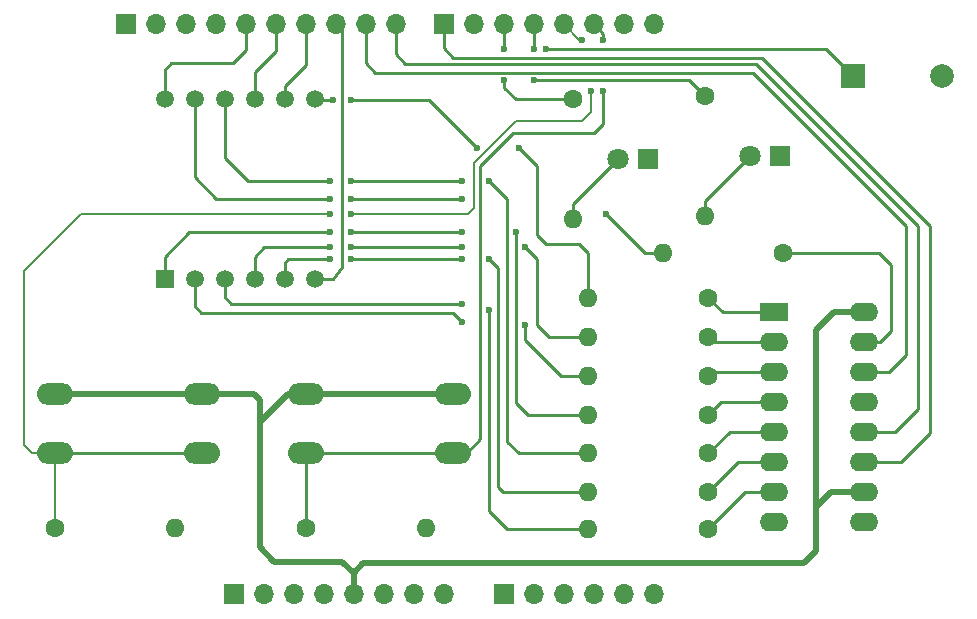
<source format=gbr>
%TF.GenerationSoftware,KiCad,Pcbnew,(7.0.0)*%
%TF.CreationDate,2023-04-13T01:56:38-06:00*%
%TF.ProjectId,Phase_A_UnoShield,50686173-655f-4415-9f55-6e6f53686965,1.0*%
%TF.SameCoordinates,Original*%
%TF.FileFunction,Copper,L1,Top*%
%TF.FilePolarity,Positive*%
%FSLAX46Y46*%
G04 Gerber Fmt 4.6, Leading zero omitted, Abs format (unit mm)*
G04 Created by KiCad (PCBNEW (7.0.0)) date 2023-04-13 01:56:38*
%MOMM*%
%LPD*%
G01*
G04 APERTURE LIST*
%TA.AperFunction,ComponentPad*%
%ADD10R,1.700000X1.700000*%
%TD*%
%TA.AperFunction,ComponentPad*%
%ADD11O,1.700000X1.700000*%
%TD*%
%TA.AperFunction,ComponentPad*%
%ADD12R,2.000000X2.000000*%
%TD*%
%TA.AperFunction,ComponentPad*%
%ADD13C,2.000000*%
%TD*%
%TA.AperFunction,ComponentPad*%
%ADD14C,1.600000*%
%TD*%
%TA.AperFunction,ComponentPad*%
%ADD15O,1.600000X1.600000*%
%TD*%
%TA.AperFunction,ComponentPad*%
%ADD16O,3.048000X1.850000*%
%TD*%
%TA.AperFunction,ComponentPad*%
%ADD17R,1.800000X1.800000*%
%TD*%
%TA.AperFunction,ComponentPad*%
%ADD18C,1.800000*%
%TD*%
%TA.AperFunction,ComponentPad*%
%ADD19R,2.400000X1.600000*%
%TD*%
%TA.AperFunction,ComponentPad*%
%ADD20O,2.400000X1.600000*%
%TD*%
%TA.AperFunction,ComponentPad*%
%ADD21R,1.500000X1.500000*%
%TD*%
%TA.AperFunction,ComponentPad*%
%ADD22C,1.500000*%
%TD*%
%TA.AperFunction,ViaPad*%
%ADD23C,0.600000*%
%TD*%
%TA.AperFunction,Conductor*%
%ADD24C,0.508000*%
%TD*%
%TA.AperFunction,Conductor*%
%ADD25C,0.254000*%
%TD*%
%TA.AperFunction,Conductor*%
%ADD26C,0.250000*%
%TD*%
%TA.AperFunction,Conductor*%
%ADD27C,0.200000*%
%TD*%
G04 APERTURE END LIST*
D10*
%TO.P,J1,1,Pin_1*%
%TO.N,unconnected-(J1-Pin_1-Pad1)*%
X127939999Y-97459999D03*
D11*
%TO.P,J1,2,Pin_2*%
%TO.N,/IOREF*%
X130479999Y-97459999D03*
%TO.P,J1,3,Pin_3*%
%TO.N,/~{RESET}*%
X133019999Y-97459999D03*
%TO.P,J1,4,Pin_4*%
%TO.N,+3V3*%
X135559999Y-97459999D03*
%TO.P,J1,5,Pin_5*%
%TO.N,+5V*%
X138099999Y-97459999D03*
%TO.P,J1,6,Pin_6*%
%TO.N,GND*%
X140639999Y-97459999D03*
%TO.P,J1,7,Pin_7*%
X143179999Y-97459999D03*
%TO.P,J1,8,Pin_8*%
%TO.N,VCC*%
X145719999Y-97459999D03*
%TD*%
D10*
%TO.P,J3,1,Pin_1*%
%TO.N,/A0*%
X150799999Y-97459999D03*
D11*
%TO.P,J3,2,Pin_2*%
%TO.N,/A1*%
X153339999Y-97459999D03*
%TO.P,J3,3,Pin_3*%
%TO.N,/A2*%
X155879999Y-97459999D03*
%TO.P,J3,4,Pin_4*%
%TO.N,/A3*%
X158419999Y-97459999D03*
%TO.P,J3,5,Pin_5*%
%TO.N,/SDA{slash}A4*%
X160959999Y-97459999D03*
%TO.P,J3,6,Pin_6*%
%TO.N,/SCL{slash}A5*%
X163499999Y-97459999D03*
%TD*%
D10*
%TO.P,J2,1,Pin_1*%
%TO.N,unconnected-(J2-Pin_1-Pad1)*%
X118795999Y-49199999D03*
D11*
%TO.P,J2,2,Pin_2*%
%TO.N,unconnected-(J2-Pin_2-Pad2)*%
X121335999Y-49199999D03*
%TO.P,J2,3,Pin_3*%
%TO.N,unconnected-(J2-Pin_3-Pad3)*%
X123875999Y-49199999D03*
%TO.P,J2,4,Pin_4*%
%TO.N,GND*%
X126415999Y-49199999D03*
%TO.P,J2,5,Pin_5*%
%TO.N,Dig1*%
X128955999Y-49199999D03*
%TO.P,J2,6,Pin_6*%
%TO.N,Dig2*%
X131495999Y-49199999D03*
%TO.P,J2,7,Pin_7*%
%TO.N,Dig3*%
X134035999Y-49199999D03*
%TO.P,J2,8,Pin_8*%
%TO.N,Dig4*%
X136575999Y-49199999D03*
%TO.P,J2,9,Pin_9*%
%TO.N,DS*%
X139115999Y-49199999D03*
%TO.P,J2,10,Pin_10*%
%TO.N,ST_CP*%
X141655999Y-49199999D03*
%TD*%
D10*
%TO.P,J4,1,Pin_1*%
%TO.N,SH_CP*%
X145719999Y-49199999D03*
D11*
%TO.P,J4,2,Pin_2*%
%TO.N,Buzzer*%
X148259999Y-49199999D03*
%TO.P,J4,3,Pin_3*%
%TO.N,RED_LED*%
X150799999Y-49199999D03*
%TO.P,J4,4,Pin_4*%
%TO.N,GREEN_LED*%
X153339999Y-49199999D03*
%TO.P,J4,5,Pin_5*%
%TO.N,Button_2*%
X155879999Y-49199999D03*
%TO.P,J4,6,Pin_6*%
%TO.N,Button_1*%
X158419999Y-49199999D03*
%TO.P,J4,7,Pin_7*%
%TO.N,/TX{slash}1*%
X160959999Y-49199999D03*
%TO.P,J4,8,Pin_8*%
%TO.N,/RX{slash}0*%
X163499999Y-49199999D03*
%TD*%
D12*
%TO.P,LS1,1,1*%
%TO.N,Buzzer*%
X180349999Y-53593999D03*
D13*
%TO.P,LS1,2,2*%
%TO.N,GND*%
X187950000Y-53594000D03*
%TD*%
D14*
%TO.P,R3,1*%
%TO.N,RED_LED*%
X156637000Y-55550000D03*
D15*
%TO.P,R3,2*%
%TO.N,Net-(D1-A)*%
X156636999Y-65709999D03*
%TD*%
D14*
%TO.P,R4,1*%
%TO.N,GREEN_LED*%
X167813000Y-55296000D03*
D15*
%TO.P,R4,2*%
%TO.N,Net-(D2-A)*%
X167812999Y-65455999D03*
%TD*%
D14*
%TO.P,R2,1*%
%TO.N,Button_2*%
X112827000Y-91872000D03*
D15*
%TO.P,R2,2*%
%TO.N,GND*%
X122986999Y-91871999D03*
%TD*%
D16*
%TO.P,SW1,1,1*%
%TO.N,+5V*%
X134035999Y-80481999D03*
X146535999Y-80481999D03*
%TO.P,SW1,2,2*%
%TO.N,Button_1*%
X134035999Y-85481999D03*
X146535999Y-85481999D03*
%TD*%
D17*
%TO.P,D2,1,K*%
%TO.N,GND*%
X174167999Y-60375999D03*
D18*
%TO.P,D2,2,A*%
%TO.N,Net-(D2-A)*%
X171628000Y-60376000D03*
%TD*%
D14*
%TO.P,R1,1*%
%TO.N,Button_1*%
X134036000Y-91872000D03*
D15*
%TO.P,R1,2*%
%TO.N,GND*%
X144195999Y-91871999D03*
%TD*%
D14*
%TO.P,R12,1*%
%TO.N,dp*%
X168148000Y-91948000D03*
D15*
%TO.P,R12,2*%
%TO.N,Net-(U1-DPX)*%
X157987999Y-91947999D03*
%TD*%
D14*
%TO.P,R10,1*%
%TO.N,f*%
X168148000Y-85547200D03*
D15*
%TO.P,R10,2*%
%TO.N,Net-(U1-f)*%
X157987999Y-85547199D03*
%TD*%
D14*
%TO.P,R8,1*%
%TO.N,d*%
X168148000Y-78994000D03*
D15*
%TO.P,R8,2*%
%TO.N,Net-(U1-d)*%
X157987999Y-78993999D03*
%TD*%
D16*
%TO.P,SW2,1,1*%
%TO.N,+5V*%
X112809999Y-80481999D03*
X125309999Y-80481999D03*
%TO.P,SW2,2,2*%
%TO.N,Button_2*%
X112809999Y-85481999D03*
X125309999Y-85481999D03*
%TD*%
D17*
%TO.P,D1,1,K*%
%TO.N,GND*%
X162991999Y-60629999D03*
D18*
%TO.P,D1,2,A*%
%TO.N,Net-(D1-A)*%
X160452000Y-60630000D03*
%TD*%
D14*
%TO.P,R5,1*%
%TO.N,a*%
X174498000Y-68580000D03*
D15*
%TO.P,R5,2*%
%TO.N,Net-(U1-a)*%
X164337999Y-68579999D03*
%TD*%
D14*
%TO.P,R7,1*%
%TO.N,c*%
X168148000Y-75692000D03*
D15*
%TO.P,R7,2*%
%TO.N,Net-(U1-c)*%
X157987999Y-75691999D03*
%TD*%
D19*
%TO.P,U2,1,QB*%
%TO.N,b*%
X173659999Y-73583999D03*
D20*
%TO.P,U2,2,QC*%
%TO.N,c*%
X173659999Y-76123999D03*
%TO.P,U2,3,QD*%
%TO.N,d*%
X173659999Y-78663999D03*
%TO.P,U2,4,QE*%
%TO.N,e*%
X173659999Y-81203999D03*
%TO.P,U2,5,QF*%
%TO.N,f*%
X173659999Y-83743999D03*
%TO.P,U2,6,QG*%
%TO.N,g*%
X173659999Y-86283999D03*
%TO.P,U2,7,QH*%
%TO.N,dp*%
X173659999Y-88823999D03*
%TO.P,U2,8,GND*%
%TO.N,GND*%
X173659999Y-91363999D03*
%TO.P,U2,9,QH'*%
%TO.N,unconnected-(U2-QH'-Pad9)*%
X181279999Y-91363999D03*
%TO.P,U2,10,~{SRCLR}*%
%TO.N,+5V*%
X181279999Y-88823999D03*
%TO.P,U2,11,SRCLK*%
%TO.N,SH_CP*%
X181279999Y-86283999D03*
%TO.P,U2,12,RCLK*%
%TO.N,ST_CP*%
X181279999Y-83743999D03*
%TO.P,U2,13,~{OE}*%
%TO.N,GND*%
X181279999Y-81203999D03*
%TO.P,U2,14,SER*%
%TO.N,DS*%
X181279999Y-78663999D03*
%TO.P,U2,15,QA*%
%TO.N,a*%
X181279999Y-76123999D03*
%TO.P,U2,16,VCC*%
%TO.N,+5V*%
X181279999Y-73583999D03*
%TD*%
D14*
%TO.P,R11,1*%
%TO.N,g*%
X168148000Y-88773000D03*
D15*
%TO.P,R11,2*%
%TO.N,Net-(U1-g)*%
X157987999Y-88772999D03*
%TD*%
D14*
%TO.P,R6,1*%
%TO.N,b*%
X168148000Y-72390000D03*
D15*
%TO.P,R6,2*%
%TO.N,Net-(U1-b)*%
X157987999Y-72389999D03*
%TD*%
D14*
%TO.P,R9,1*%
%TO.N,e*%
X168148000Y-82296000D03*
D15*
%TO.P,R9,2*%
%TO.N,Net-(U1-e)*%
X157987999Y-82295999D03*
%TD*%
D21*
%TO.P,U1,1,e*%
%TO.N,Net-(U1-e)*%
X122097999Y-70789999D03*
D22*
%TO.P,U1,2,d*%
%TO.N,Net-(U1-d)*%
X124638000Y-70790000D03*
%TO.P,U1,3,DPX*%
%TO.N,Net-(U1-DPX)*%
X127178000Y-70790000D03*
%TO.P,U1,4,c*%
%TO.N,Net-(U1-c)*%
X129718000Y-70790000D03*
%TO.P,U1,5,g*%
%TO.N,Net-(U1-g)*%
X132258000Y-70790000D03*
%TO.P,U1,6,CA4*%
%TO.N,Dig4*%
X134798000Y-70790000D03*
%TO.P,U1,7,b*%
%TO.N,Net-(U1-b)*%
X134798000Y-55550000D03*
%TO.P,U1,8,CA3*%
%TO.N,Dig3*%
X132258000Y-55550000D03*
%TO.P,U1,9,CA2*%
%TO.N,Dig2*%
X129718000Y-55550000D03*
%TO.P,U1,10,f*%
%TO.N,Net-(U1-f)*%
X127178000Y-55550000D03*
%TO.P,U1,11,a*%
%TO.N,Net-(U1-a)*%
X124638000Y-55550000D03*
%TO.P,U1,12,CA1*%
%TO.N,Dig1*%
X122098000Y-55550000D03*
%TD*%
D23*
%TO.N,Net-(U1-a)*%
X137922000Y-64008000D03*
X159512000Y-65278000D03*
X136144000Y-64008000D03*
X147320000Y-64008000D03*
%TO.N,Net-(U1-b)*%
X136398000Y-55626000D03*
X137922000Y-55626000D03*
X152146000Y-59690000D03*
X148590000Y-59690000D03*
%TO.N,Net-(U1-c)*%
X152654000Y-68072000D03*
X147320000Y-68072000D03*
X137922000Y-68072000D03*
X136144000Y-68072000D03*
%TO.N,Net-(U1-d)*%
X152654000Y-74676000D03*
X147320000Y-74422000D03*
%TO.N,Net-(U1-e)*%
X137922000Y-66802000D03*
X151892000Y-66802000D03*
X147320000Y-66802000D03*
X136144000Y-66802000D03*
%TO.N,Net-(U1-f)*%
X149606000Y-62484000D03*
X147320000Y-62484000D03*
X136144000Y-62484000D03*
X137922000Y-62484000D03*
%TO.N,Net-(U1-g)*%
X136144000Y-69088000D03*
X137922000Y-69088000D03*
X147320000Y-69088000D03*
X149606000Y-69088000D03*
%TO.N,Net-(U1-DPX)*%
X147320000Y-72898000D03*
X149606000Y-73406000D03*
%TO.N,Buzzer*%
X154432000Y-51308000D03*
%TO.N,RED_LED*%
X150876000Y-53966500D03*
X150876000Y-51308000D03*
%TO.N,GREEN_LED*%
X153416000Y-53966500D03*
X153416000Y-51308000D03*
%TO.N,Button_2*%
X136144000Y-65278000D03*
X157480000Y-50546000D03*
X158242000Y-54864000D03*
X137922000Y-65278000D03*
%TO.N,Button_1*%
X159258000Y-54864000D03*
X159258000Y-50546000D03*
%TD*%
D24*
%TO.N,+5V*%
X125310000Y-80482000D02*
X129631000Y-80482000D01*
X138100000Y-97460000D02*
X138100000Y-95631200D01*
X178740000Y-73584000D02*
X177266800Y-75057200D01*
X177266800Y-75057200D02*
X177266800Y-90043200D01*
X138100000Y-95631200D02*
X137160200Y-94691400D01*
X112810000Y-80482000D02*
X125310000Y-80482000D01*
X181280000Y-73584000D02*
X178740000Y-73584000D01*
X130175200Y-93497600D02*
X130175200Y-82880400D01*
X138938200Y-94793000D02*
X176276200Y-94793000D01*
X177266800Y-93802400D02*
X177266800Y-90043200D01*
X132573600Y-80482000D02*
X130175200Y-82880400D01*
X131369000Y-94691400D02*
X130175200Y-93497600D01*
X129631000Y-80482000D02*
X130175200Y-81026200D01*
X130175200Y-82880400D02*
X130175200Y-81026200D01*
X178486000Y-88824000D02*
X181280000Y-88824000D01*
X137160200Y-94691400D02*
X131369000Y-94691400D01*
X146536000Y-80482000D02*
X134036000Y-80482000D01*
X138100000Y-95631200D02*
X138938200Y-94793000D01*
X176276200Y-94793000D02*
X177266800Y-93802400D01*
X134036000Y-80482000D02*
X132573600Y-80482000D01*
X177266800Y-90043200D02*
X178486000Y-88824000D01*
D25*
%TO.N,Dig4*%
X136576000Y-49200000D02*
X137084000Y-49708000D01*
X137084000Y-69774000D02*
X136322000Y-70790000D01*
X136322000Y-70790000D02*
X134798000Y-70790000D01*
X137084000Y-49708000D02*
X137084000Y-69774000D01*
%TO.N,Dig3*%
X132258000Y-54457800D02*
X134036000Y-52679800D01*
X132258000Y-55550000D02*
X132258000Y-54457800D01*
X134036000Y-52679800D02*
X134036000Y-49200000D01*
%TO.N,Dig2*%
X129718000Y-53264000D02*
X131496000Y-51486000D01*
X131496000Y-51486000D02*
X131496000Y-49200000D01*
X129718000Y-55550000D02*
X129718000Y-53264000D01*
%TO.N,Dig1*%
X122098000Y-53086200D02*
X122682200Y-52502000D01*
X127863800Y-52502000D02*
X128956000Y-51409800D01*
X128956000Y-51409800D02*
X128956000Y-49200000D01*
X122682200Y-52502000D02*
X127863800Y-52502000D01*
X122098000Y-55550000D02*
X122098000Y-53086200D01*
D26*
%TO.N,a*%
X183642000Y-75184000D02*
X183642000Y-69596000D01*
X181280000Y-76124000D02*
X182702000Y-76124000D01*
X182702000Y-76124000D02*
X183642000Y-75184000D01*
X183642000Y-69596000D02*
X182626000Y-68580000D01*
X182626000Y-68580000D02*
X174498000Y-68580000D01*
%TO.N,Net-(U1-a)*%
X159512000Y-65278000D02*
X162814000Y-68580000D01*
X162814000Y-68580000D02*
X164338000Y-68580000D01*
X124638000Y-62154000D02*
X126492000Y-64008000D01*
X137922000Y-64008000D02*
X147320000Y-64008000D01*
X124638000Y-55550000D02*
X124638000Y-62154000D01*
X126492000Y-64008000D02*
X136144000Y-64008000D01*
%TO.N,b*%
X173660000Y-73584000D02*
X169342000Y-73584000D01*
X169342000Y-73584000D02*
X168148000Y-72390000D01*
%TO.N,Net-(U1-b)*%
X144272000Y-55626000D02*
X137922000Y-55626000D01*
X134874000Y-55626000D02*
X134798000Y-55550000D01*
X157988000Y-72390000D02*
X157988000Y-68580000D01*
X157226000Y-67818000D02*
X154432000Y-67818000D01*
X148590000Y-59690000D02*
X144526000Y-55626000D01*
X144526000Y-55626000D02*
X144272000Y-55626000D01*
X153670000Y-61214000D02*
X152146000Y-59690000D01*
X153670000Y-67056000D02*
X153670000Y-61214000D01*
X157988000Y-68580000D02*
X157226000Y-67818000D01*
X154432000Y-67818000D02*
X153670000Y-67056000D01*
X136398000Y-55626000D02*
X134874000Y-55626000D01*
%TO.N,c*%
X168580000Y-76124000D02*
X168148000Y-75692000D01*
X173660000Y-76124000D02*
X168580000Y-76124000D01*
%TO.N,Net-(U1-c)*%
X129718000Y-70790000D02*
X129718000Y-68910000D01*
X153670000Y-74676000D02*
X153670000Y-69088000D01*
X157988000Y-75692000D02*
X154686000Y-75692000D01*
X153670000Y-69088000D02*
X152654000Y-68072000D01*
X137922000Y-68072000D02*
X147320000Y-68072000D01*
X154686000Y-75692000D02*
X153670000Y-74676000D01*
X129718000Y-68910000D02*
X130556000Y-68072000D01*
X130556000Y-68072000D02*
X136144000Y-68072000D01*
%TO.N,d*%
X168478000Y-78664000D02*
X168148000Y-78994000D01*
X173660000Y-78664000D02*
X168478000Y-78664000D01*
%TO.N,Net-(U1-d)*%
X124638000Y-73076000D02*
X125222000Y-73660000D01*
X155702000Y-78994000D02*
X157988000Y-78994000D01*
X146558000Y-73660000D02*
X147320000Y-74422000D01*
X125222000Y-73660000D02*
X146558000Y-73660000D01*
X124638000Y-70790000D02*
X124638000Y-73076000D01*
X152654000Y-75946000D02*
X152654000Y-74676000D01*
X155702000Y-78994000D02*
X152654000Y-75946000D01*
%TO.N,e*%
X169240000Y-81204000D02*
X168148000Y-82296000D01*
X173660000Y-81204000D02*
X169240000Y-81204000D01*
%TO.N,Net-(U1-e)*%
X124206000Y-66802000D02*
X136144000Y-66802000D01*
X151892000Y-81280000D02*
X151892000Y-66802000D01*
X157988000Y-82296000D02*
X152908000Y-82296000D01*
X122098000Y-70790000D02*
X122098000Y-68910000D01*
X152908000Y-82296000D02*
X151892000Y-81280000D01*
X122098000Y-68910000D02*
X124206000Y-66802000D01*
X137922000Y-66802000D02*
X147320000Y-66802000D01*
%TO.N,f*%
X169951200Y-83744000D02*
X168148000Y-85547200D01*
X173660000Y-83744000D02*
X169951200Y-83744000D01*
%TO.N,Net-(U1-f)*%
X151130000Y-64008000D02*
X151130000Y-84582000D01*
X151130000Y-84582000D02*
X152095200Y-85547200D01*
X152095200Y-85547200D02*
X157988000Y-85547200D01*
X127178000Y-60528000D02*
X129134000Y-62484000D01*
X137922000Y-62484000D02*
X147320000Y-62484000D01*
X130302000Y-62484000D02*
X136144000Y-62484000D01*
X127178000Y-55550000D02*
X127178000Y-60528000D01*
X149606000Y-62484000D02*
X151130000Y-64008000D01*
X129134000Y-62484000D02*
X130302000Y-62484000D01*
%TO.N,g*%
X173660000Y-86284000D02*
X170637000Y-86284000D01*
X170637000Y-86284000D02*
X168148000Y-88773000D01*
%TO.N,Net-(U1-g)*%
X150368000Y-69850000D02*
X149606000Y-69088000D01*
X150368000Y-88392000D02*
X150368000Y-69850000D01*
X137922000Y-69088000D02*
X147320000Y-69088000D01*
X150749000Y-88773000D02*
X150368000Y-88392000D01*
X132258000Y-69418000D02*
X132588000Y-69088000D01*
X132258000Y-70790000D02*
X132258000Y-69418000D01*
X157988000Y-88773000D02*
X150749000Y-88773000D01*
X132588000Y-69088000D02*
X136144000Y-69088000D01*
%TO.N,dp*%
X173660000Y-88824000D02*
X171272000Y-88824000D01*
X171272000Y-88824000D02*
X168148000Y-91948000D01*
%TO.N,Net-(U1-DPX)*%
X127178000Y-70790000D02*
X127178000Y-72314000D01*
X151130000Y-91948000D02*
X157988000Y-91948000D01*
X149606000Y-73406000D02*
X149606000Y-90424000D01*
X127762000Y-72898000D02*
X147320000Y-72898000D01*
X127178000Y-72314000D02*
X127762000Y-72898000D01*
X149606000Y-90424000D02*
X151130000Y-91948000D01*
D25*
%TO.N,SH_CP*%
X186944000Y-83820000D02*
X184480000Y-86284000D01*
X172720000Y-52070000D02*
X186944000Y-66294000D01*
X146558000Y-52070000D02*
X172720000Y-52070000D01*
X145720000Y-51232000D02*
X146558000Y-52070000D01*
X184480000Y-86284000D02*
X181280000Y-86284000D01*
X186944000Y-66294000D02*
X186944000Y-83820000D01*
X145720000Y-49200000D02*
X145720000Y-51232000D01*
%TO.N,ST_CP*%
X172212000Y-52578000D02*
X185928000Y-66294000D01*
X185928000Y-66294000D02*
X185928000Y-81788000D01*
X183972000Y-83744000D02*
X181280000Y-83744000D01*
X141656000Y-51740000D02*
X142494000Y-52578000D01*
X185928000Y-81788000D02*
X183972000Y-83744000D01*
X141656000Y-49200000D02*
X141656000Y-51740000D01*
X142494000Y-52578000D02*
X172212000Y-52578000D01*
%TO.N,DS*%
X184912000Y-77216000D02*
X183464000Y-78664000D01*
X139116000Y-49200000D02*
X139116000Y-52502000D01*
X184912000Y-66294000D02*
X184912000Y-77216000D01*
X183464000Y-78664000D02*
X181280000Y-78664000D01*
X139954000Y-53340000D02*
X171958000Y-53340000D01*
X139116000Y-52502000D02*
X139954000Y-53340000D01*
X171958000Y-53340000D02*
X184912000Y-66294000D01*
%TO.N,Net-(D1-A)*%
X156637000Y-64445000D02*
X160452000Y-60630000D01*
X156637000Y-65710000D02*
X156637000Y-64445000D01*
%TO.N,Net-(D2-A)*%
X167813000Y-65456000D02*
X167813000Y-64191000D01*
X167813000Y-64191000D02*
X171628000Y-60376000D01*
%TO.N,Buzzer*%
X154432000Y-51308000D02*
X178064000Y-51308000D01*
X178064000Y-51308000D02*
X180350000Y-53594000D01*
%TO.N,RED_LED*%
X150800000Y-49200000D02*
X150800000Y-51232000D01*
X150876000Y-53966500D02*
X150876000Y-54610000D01*
X151816000Y-55550000D02*
X156637000Y-55550000D01*
X150800000Y-51232000D02*
X150876000Y-51308000D01*
X150876000Y-54610000D02*
X151816000Y-55550000D01*
%TO.N,GREEN_LED*%
X153340000Y-49200000D02*
X153340000Y-51232000D01*
X153340000Y-51232000D02*
X153416000Y-51308000D01*
X153416000Y-53966500D02*
X166483500Y-53966500D01*
X166483500Y-53966500D02*
X167813000Y-55296000D01*
D27*
%TO.N,Button_2*%
X157226000Y-50546000D02*
X155880000Y-49200000D01*
X157480000Y-57404000D02*
X158242000Y-56642000D01*
X148336000Y-60960000D02*
X151892000Y-57404000D01*
D25*
X125310000Y-85482000D02*
X112810000Y-85482000D01*
D27*
X151892000Y-57404000D02*
X152146000Y-57404000D01*
X157480000Y-50546000D02*
X157226000Y-50546000D01*
X112810000Y-91855000D02*
X112827000Y-91872000D01*
X158242000Y-56642000D02*
X158242000Y-54864000D01*
X110236000Y-70104000D02*
X110236000Y-84836000D01*
X112810000Y-85482000D02*
X112810000Y-91855000D01*
X110236000Y-84836000D02*
X110882000Y-85482000D01*
X136144000Y-65278000D02*
X115062000Y-65278000D01*
X148336000Y-64770000D02*
X148336000Y-60960000D01*
X152146000Y-57404000D02*
X157480000Y-57404000D01*
X137922000Y-65278000D02*
X147828000Y-65278000D01*
X110882000Y-85482000D02*
X112810000Y-85482000D01*
X147828000Y-65278000D02*
X148336000Y-64770000D01*
X112827000Y-85499000D02*
X112810000Y-85482000D01*
X115062000Y-65278000D02*
X110236000Y-70104000D01*
D25*
%TO.N,Button_1*%
X148844000Y-61214000D02*
X151638000Y-58420000D01*
X134036000Y-91872000D02*
X134036000Y-85482000D01*
X134036000Y-85482000D02*
X146536000Y-85482000D01*
X147690000Y-85482000D02*
X148844000Y-84328000D01*
X159258000Y-57658000D02*
X159258000Y-54864000D01*
X146536000Y-85482000D02*
X147690000Y-85482000D01*
X151638000Y-58420000D02*
X158496000Y-58420000D01*
X148844000Y-84328000D02*
X148844000Y-61214000D01*
X159258000Y-50546000D02*
X159258000Y-50038000D01*
X158496000Y-58420000D02*
X159258000Y-57658000D01*
X159258000Y-50038000D02*
X158420000Y-49200000D01*
%TD*%
M02*

</source>
